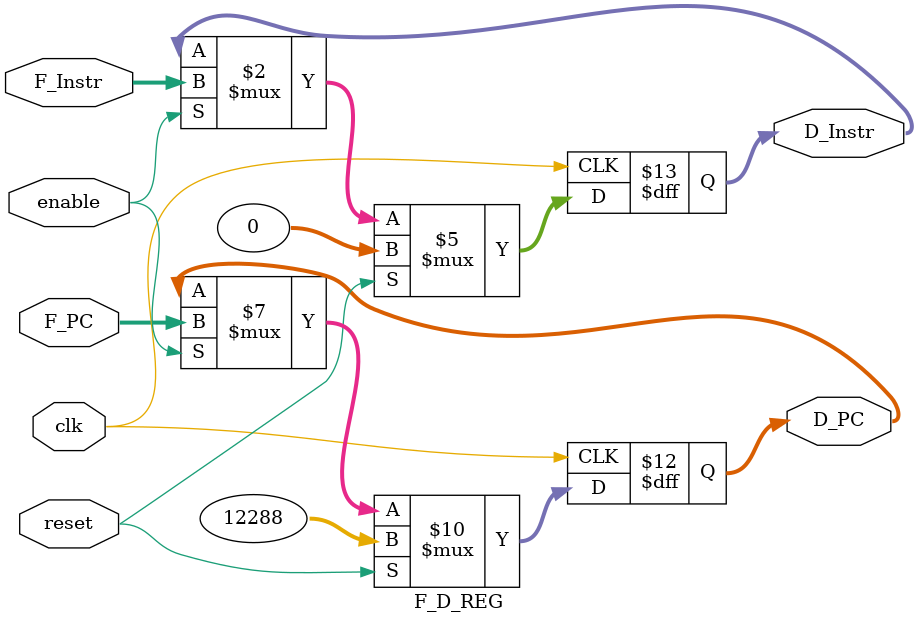
<source format=v>
`timescale 1ns / 1ps

module F_D_REG(
    input [31:0] F_PC,
    input [31:0] F_Instr,
    input clk,
    input reset,
    input enable,   // ~stall
    output reg [31:0] D_PC,
    output reg [31:0] D_Instr
);
    always@(posedge clk) begin
        if(reset) begin
            D_PC <= 32'h0000_3000;
            D_Instr <= 32'b00;
        end else if(enable) begin
            D_PC <= F_PC;
            D_Instr <= F_Instr;
        end
    end
endmodule
</source>
